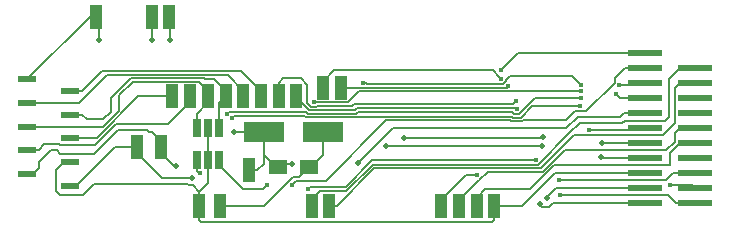
<source format=gbr>
G04 #@! TF.FileFunction,Copper,L1,Top,Signal*
%FSLAX46Y46*%
G04 Gerber Fmt 4.6, Leading zero omitted, Abs format (unit mm)*
G04 Created by KiCad (PCBNEW 4.0.5) date 2017 June 13, Tuesday 07:26:24*
%MOMM*%
%LPD*%
G01*
G04 APERTURE LIST*
%ADD10C,0.100000*%
%ADD11R,3.500000X1.800000*%
%ADD12R,0.650000X1.560000*%
%ADD13R,1.500000X1.300000*%
%ADD14R,1.000000X2.000000*%
%ADD15R,3.000000X0.500000*%
%ADD16R,1.650000X0.600000*%
%ADD17C,0.460000*%
%ADD18C,0.370000*%
%ADD19C,0.203200*%
%ADD20C,0.152400*%
G04 APERTURE END LIST*
D10*
D11*
X117500000Y-76250000D03*
X122500000Y-76250000D03*
D12*
X111800000Y-78600000D03*
X112750000Y-78600000D03*
X113700000Y-78600000D03*
X113700000Y-75900000D03*
X111800000Y-75900000D03*
X112750000Y-75900000D03*
D13*
X121350000Y-79250000D03*
X118650000Y-79250000D03*
D14*
X132500000Y-82500000D03*
X118750000Y-73250000D03*
X115750000Y-73250000D03*
X117250000Y-73250000D03*
X108000000Y-66500000D03*
X109500000Y-66500000D03*
X106750000Y-77500000D03*
X108750000Y-77500000D03*
X112000000Y-82500000D03*
X114250000Y-73250000D03*
X112750000Y-73250000D03*
X121550000Y-82500000D03*
X123000000Y-82500000D03*
X134000000Y-82500000D03*
X135500000Y-82500000D03*
X111250000Y-73250000D03*
X109750000Y-73250000D03*
X103250000Y-66500000D03*
X120250000Y-73250000D03*
X124000000Y-72500000D03*
X122500000Y-72500000D03*
X137000000Y-82500000D03*
X116250000Y-79500000D03*
X113750000Y-82500000D03*
D15*
X154000000Y-82250000D03*
X149730000Y-82250000D03*
X154000000Y-80980000D03*
X149730000Y-80980000D03*
X154000000Y-79710000D03*
X149730000Y-79710000D03*
X154000000Y-78440000D03*
X149730000Y-78440000D03*
X154000000Y-77170000D03*
X149730000Y-77170000D03*
X154000000Y-75900000D03*
X149730000Y-75900000D03*
X154000000Y-74630000D03*
X149730000Y-74630000D03*
X154000000Y-73360000D03*
X149730000Y-73360000D03*
X154000000Y-72090000D03*
X149730000Y-72090000D03*
X154000000Y-70820000D03*
X149730000Y-70820000D03*
X149730000Y-69550000D03*
D16*
X97450000Y-71800000D03*
X101100000Y-72800000D03*
X97450000Y-73800000D03*
X101100000Y-74800000D03*
X97450000Y-75800000D03*
X101100000Y-76800000D03*
X97450000Y-77800000D03*
X101100000Y-78800000D03*
X97450000Y-79800000D03*
X101100000Y-80800000D03*
D17*
X119850000Y-78950000D03*
X125450000Y-78900000D03*
X115000000Y-76286410D03*
X103500000Y-68500000D03*
D18*
X137580379Y-71753622D03*
X142550000Y-81600000D03*
X151900000Y-80750000D03*
X138150000Y-72400000D03*
X142450000Y-80336390D03*
X138900000Y-74313610D03*
X114806723Y-75058590D03*
X109750000Y-73250000D03*
X144300000Y-74050000D03*
X154000000Y-74630000D03*
X114390568Y-74742791D03*
X144318726Y-73355585D03*
X111250000Y-73250000D03*
X154000000Y-73360000D03*
D17*
X110050000Y-79163590D03*
X140852003Y-82354173D03*
X111444168Y-80113590D03*
X141431815Y-81814381D03*
X127825010Y-77425010D03*
X146028527Y-78372011D03*
X141032396Y-77482417D03*
X109550000Y-68450000D03*
X146150000Y-77150000D03*
X141100000Y-76650000D03*
X129350000Y-76750000D03*
X108000000Y-68450000D03*
D18*
X121716340Y-73686390D03*
X144350000Y-72772413D03*
X117250000Y-73250000D03*
X147300000Y-73000000D03*
X125850000Y-72086390D03*
X147600000Y-72250000D03*
X144350000Y-72250000D03*
X115750000Y-73250000D03*
X145050000Y-76050000D03*
X138850000Y-73650000D03*
X137550000Y-71050000D03*
X135550000Y-79900000D03*
X112061361Y-79743182D03*
X121244186Y-81058590D03*
X154000000Y-78440000D03*
X140500000Y-78600000D03*
X119867687Y-80753779D03*
X117769403Y-80753779D03*
D19*
X103250000Y-66500000D02*
X102750000Y-66500000D01*
X102750000Y-66500000D02*
X97450000Y-71800000D01*
X119850000Y-78950000D02*
X118950000Y-78950000D01*
X118950000Y-78950000D02*
X118650000Y-79250000D01*
X143100000Y-75950000D02*
X128400000Y-75950000D01*
X128400000Y-75950000D02*
X125450000Y-78900000D01*
X144050000Y-75000000D02*
X143100000Y-75950000D01*
X147656800Y-75000000D02*
X144050000Y-75000000D01*
X148026800Y-74630000D02*
X147656800Y-75000000D01*
X149730000Y-74630000D02*
X148026800Y-74630000D01*
X115036410Y-76250000D02*
X115000000Y-76286410D01*
X117500000Y-76250000D02*
X115036410Y-76250000D01*
X103500000Y-68500000D02*
X103500000Y-66750000D01*
X117500000Y-76250000D02*
X117500000Y-78200000D01*
X117500000Y-78200000D02*
X118550000Y-79250000D01*
X118550000Y-79250000D02*
X118650000Y-79250000D01*
X117500000Y-76250000D02*
X117500000Y-78953200D01*
X117500000Y-78953200D02*
X116953200Y-79500000D01*
X116953200Y-79500000D02*
X116250000Y-79500000D01*
X103500000Y-66750000D02*
X103250000Y-66500000D01*
D20*
X120447600Y-80052400D02*
X119956936Y-80052400D01*
X121250000Y-79250000D02*
X120447600Y-80052400D01*
X119956936Y-80052400D02*
X117509336Y-82500000D01*
X121350000Y-79250000D02*
X121250000Y-79250000D01*
X117509336Y-82500000D02*
X114402400Y-82500000D01*
X114402400Y-82500000D02*
X113750000Y-82500000D01*
X122500000Y-76250000D02*
X122500000Y-78200000D01*
X121450000Y-79250000D02*
X121350000Y-79250000D01*
X122500000Y-78200000D02*
X121450000Y-79250000D01*
D19*
X100200000Y-81600000D02*
X99868599Y-81268599D01*
X99868599Y-81268599D02*
X99868599Y-79506401D01*
X99868599Y-79506401D02*
X100575000Y-78800000D01*
X100575000Y-78800000D02*
X101100000Y-78800000D01*
X102150000Y-81600000D02*
X100200000Y-81600000D01*
X103128400Y-80621600D02*
X102150000Y-81600000D01*
X111010304Y-80621600D02*
X103128400Y-80621600D01*
X112000000Y-81296800D02*
X111453191Y-80749991D01*
X111453191Y-80749991D02*
X111138695Y-80749991D01*
X111138695Y-80749991D02*
X111010304Y-80621600D01*
X112000000Y-82500000D02*
X112000000Y-82000000D01*
X142127847Y-79710000D02*
X148026800Y-79710000D01*
X148026800Y-79710000D02*
X149730000Y-79710000D01*
X139337847Y-82500000D02*
X142127847Y-79710000D01*
X137000000Y-82500000D02*
X139337847Y-82500000D01*
X112000000Y-82500000D02*
X112000000Y-83703200D01*
X112000000Y-83703200D02*
X112203201Y-83906401D01*
X112203201Y-83906401D02*
X136796799Y-83906401D01*
X136796799Y-83906401D02*
X137000000Y-83703200D01*
X137000000Y-83703200D02*
X137000000Y-82500000D01*
X112750000Y-78600000D02*
X112750000Y-75900000D01*
X112000000Y-82500000D02*
X112000000Y-81296800D01*
X112000000Y-81296800D02*
X112750000Y-80546800D01*
X112750000Y-80546800D02*
X112750000Y-79583200D01*
X112750000Y-79583200D02*
X112750000Y-78600000D01*
D20*
X123450000Y-71050000D02*
X136876757Y-71050000D01*
X122500000Y-72000000D02*
X123450000Y-71050000D01*
X136876757Y-71050000D02*
X137395380Y-71568623D01*
X137395380Y-71568623D02*
X137580379Y-71753622D01*
X122500000Y-72500000D02*
X122500000Y-72000000D01*
X154000000Y-82250000D02*
X152347600Y-82250000D01*
X152347600Y-82250000D02*
X151716599Y-81618999D01*
X151716599Y-81618999D02*
X142568999Y-81618999D01*
X142568999Y-81618999D02*
X142550000Y-81600000D01*
X151900000Y-80750000D02*
X153770000Y-80750000D01*
X153770000Y-80750000D02*
X154000000Y-80980000D01*
X138050000Y-72500000D02*
X138150000Y-72400000D01*
X124000000Y-72500000D02*
X138050000Y-72500000D01*
X142711629Y-80336390D02*
X142450000Y-80336390D01*
X151534801Y-80341001D02*
X142716240Y-80341001D01*
X142716240Y-80341001D02*
X142711629Y-80336390D01*
X152165802Y-79710000D02*
X151534801Y-80341001D01*
X154000000Y-79710000D02*
X152165802Y-79710000D01*
X121323744Y-74404811D02*
X125176256Y-74404811D01*
X120250000Y-73331066D02*
X121323744Y-74404811D01*
X120250000Y-73250000D02*
X120250000Y-73331066D01*
X138800000Y-74213610D02*
X138900000Y-74313610D01*
X125367457Y-74213610D02*
X138800000Y-74213610D01*
X125176256Y-74404811D02*
X125367457Y-74213610D01*
X106873617Y-73250000D02*
X109097600Y-73250000D01*
X109097600Y-73250000D02*
X109750000Y-73250000D01*
X101100000Y-76800000D02*
X103323617Y-76800000D01*
X103323617Y-76800000D02*
X106873617Y-73250000D01*
X139224786Y-75032023D02*
X138575214Y-75032023D01*
X125428768Y-75014433D02*
X121071232Y-75014433D01*
X121071232Y-75014433D02*
X120930390Y-74873591D01*
X138575214Y-75032023D02*
X138492150Y-74948959D01*
X144300000Y-74050000D02*
X140206809Y-74050000D01*
X140206809Y-74050000D02*
X139224786Y-75032023D01*
X138492150Y-74948959D02*
X125494242Y-74948959D01*
X125494242Y-74948959D02*
X125428768Y-75014433D01*
X114991722Y-74873591D02*
X114806723Y-75058590D01*
X120930390Y-74873591D02*
X114991722Y-74873591D01*
X98427400Y-77800000D02*
X97450000Y-77800000D01*
X100160329Y-77309378D02*
X98918022Y-77309378D01*
X100198551Y-77347600D02*
X100160329Y-77309378D01*
X111250000Y-73250000D02*
X111250000Y-73750000D01*
X98918022Y-77309378D02*
X98427400Y-77800000D01*
X109389012Y-75610988D02*
X104943695Y-75610988D01*
X103207084Y-77347600D02*
X100198551Y-77347600D01*
X111250000Y-73750000D02*
X109389012Y-75610988D01*
X104943695Y-75610988D02*
X103207084Y-77347600D01*
X138701470Y-74727212D02*
X138535032Y-74560774D01*
X140470157Y-73355585D02*
X139098530Y-74727212D01*
X138535032Y-74560774D02*
X125451360Y-74560774D01*
X125451360Y-74560774D02*
X125302512Y-74709622D01*
X114575567Y-74557792D02*
X114390568Y-74742791D01*
X144318726Y-73355585D02*
X140470157Y-73355585D01*
X121197488Y-74709622D02*
X121045658Y-74557792D01*
X121045658Y-74557792D02*
X114575567Y-74557792D01*
X125302512Y-74709622D02*
X121197488Y-74709622D01*
X139098530Y-74727212D02*
X138701470Y-74727212D01*
X151878999Y-78041001D02*
X152750000Y-77170000D01*
X135500000Y-82500000D02*
X135500000Y-81814198D01*
X136195199Y-81118999D02*
X140036334Y-81118999D01*
X140036334Y-81118999D02*
X142084332Y-79071001D01*
X142084332Y-79071001D02*
X151878999Y-79071001D01*
X135500000Y-81814198D02*
X136195199Y-81118999D01*
X151878999Y-79071001D02*
X151878999Y-78041001D01*
X152750000Y-77170000D02*
X154000000Y-77170000D01*
X151526803Y-77808999D02*
X152271399Y-77064403D01*
X152271399Y-77064403D02*
X152271399Y-76378601D01*
X152271399Y-76378601D02*
X152750000Y-75900000D01*
X146463283Y-77808999D02*
X151526803Y-77808999D01*
X141101042Y-79623224D02*
X142963265Y-77761001D01*
X146415285Y-77761001D02*
X146463283Y-77808999D01*
X142963265Y-77761001D02*
X146415285Y-77761001D01*
X134000000Y-82000000D02*
X135686398Y-80313602D01*
X136438908Y-79623224D02*
X141101042Y-79623224D01*
X134000000Y-82500000D02*
X134000000Y-82000000D01*
X135686398Y-80313602D02*
X135748530Y-80313602D01*
X135748530Y-80313602D02*
X136438908Y-79623224D01*
X152750000Y-75900000D02*
X154000000Y-75900000D01*
X152750000Y-72090000D02*
X154000000Y-72090000D01*
X152271399Y-75520083D02*
X152271399Y-72568601D01*
X123652400Y-82500000D02*
X126833987Y-79318413D01*
X126833987Y-79318413D02*
X140974786Y-79318413D01*
X123000000Y-82500000D02*
X123652400Y-82500000D01*
X151252483Y-76538999D02*
X152271399Y-75520083D01*
X143754200Y-76538999D02*
X151252483Y-76538999D01*
X140974786Y-79318413D02*
X143754200Y-76538999D01*
X152271399Y-72568601D02*
X152750000Y-72090000D01*
X152750000Y-70820000D02*
X154000000Y-70820000D01*
X151800000Y-71770000D02*
X152750000Y-70820000D01*
X151495802Y-75300000D02*
X151800000Y-74995802D01*
X143349904Y-76382610D02*
X144249903Y-75482611D01*
X148039315Y-75300000D02*
X151495802Y-75300000D01*
X144249903Y-75482611D02*
X147856704Y-75482611D01*
X124449935Y-81271399D02*
X126707732Y-79013602D01*
X143348457Y-76382610D02*
X143349904Y-76382610D01*
X126707732Y-79013602D02*
X140717465Y-79013602D01*
X151800000Y-74995802D02*
X151800000Y-71770000D01*
X122278601Y-81271399D02*
X124449935Y-81271399D01*
X121550000Y-82500000D02*
X121550000Y-82000000D01*
X121550000Y-82000000D02*
X122278601Y-81271399D01*
X140717465Y-79013602D02*
X143348457Y-76382610D01*
X147856704Y-75482611D02*
X148039315Y-75300000D01*
D19*
X109913590Y-79163590D02*
X110050000Y-79163590D01*
X108750000Y-78000000D02*
X109913590Y-79163590D01*
X108750000Y-77500000D02*
X108750000Y-78000000D01*
X103143599Y-78093599D02*
X105143599Y-76093599D01*
X98478200Y-78771800D02*
X99458011Y-77791989D01*
X108750000Y-77000000D02*
X108750000Y-77500000D01*
X107778322Y-76296800D02*
X108046800Y-76296800D01*
X99960425Y-77791989D02*
X100262035Y-78093599D01*
X100262035Y-78093599D02*
X103143599Y-78093599D01*
X99458011Y-77791989D02*
X99960425Y-77791989D01*
X107575121Y-76093599D02*
X107778322Y-76296800D01*
X108046800Y-76296800D02*
X108750000Y-77000000D01*
X98478200Y-79296800D02*
X98478200Y-78771800D01*
X97975000Y-79800000D02*
X98478200Y-79296800D01*
X105143599Y-76093599D02*
X107575121Y-76093599D01*
X97450000Y-79800000D02*
X97975000Y-79800000D01*
X141938072Y-82250000D02*
X141603900Y-82584172D01*
X149730000Y-82250000D02*
X141938072Y-82250000D01*
X141082002Y-82584172D02*
X140852003Y-82354173D01*
X141603900Y-82584172D02*
X141082002Y-82584172D01*
X101100000Y-80800000D02*
X101625000Y-80800000D01*
X101625000Y-80800000D02*
X104925000Y-77500000D01*
X104925000Y-77500000D02*
X106046800Y-77500000D01*
X106046800Y-77500000D02*
X106750000Y-77500000D01*
X106750000Y-77500000D02*
X106750000Y-78000000D01*
X106750000Y-78000000D02*
X108863590Y-80113590D01*
X108863590Y-80113590D02*
X111118899Y-80113590D01*
X111118899Y-80113590D02*
X111444168Y-80113590D01*
X101100000Y-80800000D02*
X100575000Y-80800000D01*
X149730000Y-80980000D02*
X142266196Y-80980000D01*
X142266196Y-80980000D02*
X141661814Y-81584382D01*
X141661814Y-81584382D02*
X141431815Y-81814381D01*
X141032396Y-77482417D02*
X127882417Y-77482417D01*
X127882417Y-77482417D02*
X127825010Y-77425010D01*
X146096516Y-78440000D02*
X146028527Y-78372011D01*
X149730000Y-78440000D02*
X146096516Y-78440000D01*
X109550000Y-68450000D02*
X109550000Y-66550000D01*
X109550000Y-66550000D02*
X109500000Y-66500000D01*
X146150000Y-77150000D02*
X149710000Y-77150000D01*
X149710000Y-77150000D02*
X149730000Y-77170000D01*
X129350000Y-76750000D02*
X141000000Y-76750000D01*
X141000000Y-76750000D02*
X141100000Y-76650000D01*
X108000000Y-66500000D02*
X108000000Y-68450000D01*
D20*
X117250000Y-72750000D02*
X117250000Y-73250000D01*
X103782211Y-71095189D02*
X115595189Y-71095189D01*
X102077400Y-72800000D02*
X103782211Y-71095189D01*
X101100000Y-72800000D02*
X102077400Y-72800000D01*
X115595189Y-71095189D02*
X117250000Y-72750000D01*
X138389719Y-72772413D02*
X138348530Y-72813602D01*
X144350000Y-72772413D02*
X138389719Y-72772413D01*
X138348530Y-72813602D02*
X125555332Y-72813602D01*
X124640333Y-73728601D02*
X123500000Y-73728601D01*
X125555332Y-72813602D02*
X124640333Y-73728601D01*
X123496544Y-73732057D02*
X121762007Y-73732057D01*
X121762007Y-73732057D02*
X121716340Y-73686390D01*
X123500000Y-73728601D02*
X123496544Y-73732057D01*
X123500000Y-73728601D02*
X123317119Y-73728601D01*
X149730000Y-73360000D02*
X147660000Y-73360000D01*
X147660000Y-73360000D02*
X147300000Y-73000000D01*
X98427400Y-73800000D02*
X97450000Y-73800000D01*
X106126089Y-71411777D02*
X106087866Y-71450000D01*
X106087866Y-71450000D02*
X104200000Y-71450000D01*
X104200000Y-71450000D02*
X101850000Y-73800000D01*
X115750000Y-73250000D02*
X115750000Y-72750000D01*
X112523910Y-71411777D02*
X106126089Y-71411777D01*
X114450000Y-71450000D02*
X112562133Y-71450000D01*
X101850000Y-73800000D02*
X98427400Y-73800000D01*
X112562133Y-71450000D02*
X112523910Y-71411777D01*
X115750000Y-72750000D02*
X114450000Y-71450000D01*
X138351470Y-71486398D02*
X137986398Y-71851470D01*
X144350000Y-72250000D02*
X143586398Y-71486398D01*
X137723745Y-72195189D02*
X126220428Y-72195189D01*
X137986398Y-71851470D02*
X137986398Y-71932536D01*
X126111629Y-72086390D02*
X125850000Y-72086390D01*
X126220428Y-72195189D02*
X126111629Y-72086390D01*
X137986398Y-71932536D02*
X137723745Y-72195189D01*
X143586398Y-71486398D02*
X138351470Y-71486398D01*
X147600000Y-72250000D02*
X149570000Y-72250000D01*
X149570000Y-72250000D02*
X149730000Y-72090000D01*
X145050000Y-76050000D02*
X149580000Y-76050000D01*
X149580000Y-76050000D02*
X149730000Y-75900000D01*
X125100000Y-73900000D02*
X138600000Y-73900000D01*
X138600000Y-73900000D02*
X138850000Y-73650000D01*
X124950000Y-74050000D02*
X125100000Y-73900000D01*
X121964860Y-74050000D02*
X124950000Y-74050000D01*
X121150000Y-73800000D02*
X121449991Y-74099991D01*
X121449991Y-74099991D02*
X121914869Y-74099991D01*
X121914869Y-74099991D02*
X121964860Y-74050000D01*
X121150000Y-72238518D02*
X121150000Y-73800000D01*
X119147600Y-71700000D02*
X120611482Y-71700000D01*
X120611482Y-71700000D02*
X121150000Y-72238518D01*
X118750000Y-73250000D02*
X118750000Y-72097600D01*
X118750000Y-72097600D02*
X119147600Y-71700000D01*
X137550000Y-71050000D02*
X139050000Y-69550000D01*
X139050000Y-69550000D02*
X149730000Y-69550000D01*
X132500000Y-82000000D02*
X134600000Y-79900000D01*
X134600000Y-79900000D02*
X135550000Y-79900000D01*
X132500000Y-82500000D02*
X132500000Y-82000000D01*
X111800000Y-79532400D02*
X112010782Y-79743182D01*
X111800000Y-78600000D02*
X111800000Y-79532400D01*
X112010782Y-79743182D02*
X112061361Y-79743182D01*
X126690267Y-78600000D02*
X124416676Y-80873591D01*
X124416676Y-80873591D02*
X121429185Y-80873591D01*
X121429185Y-80873591D02*
X121244186Y-81058590D01*
X140500000Y-78600000D02*
X126690267Y-78600000D01*
X120052686Y-80568780D02*
X119867687Y-80753779D01*
X120220237Y-80401229D02*
X120052686Y-80568780D01*
X122717705Y-80401229D02*
X120220237Y-80401229D01*
X127864123Y-75254811D02*
X122717705Y-80401229D01*
X139433065Y-75254811D02*
X139351042Y-75336834D01*
X143062675Y-75254811D02*
X139433065Y-75254811D01*
X143800096Y-74517389D02*
X143062675Y-75254811D01*
X139351042Y-75336834D02*
X138448958Y-75336834D01*
X147186399Y-72113601D02*
X144782611Y-74517389D01*
X138448958Y-75336834D02*
X138366935Y-75254811D01*
X138366935Y-75254811D02*
X127864123Y-75254811D01*
X149730000Y-70820000D02*
X148077600Y-70820000D01*
X147186399Y-71711201D02*
X147186399Y-72113601D01*
X144782611Y-74517389D02*
X143800096Y-74517389D01*
X148077600Y-70820000D02*
X147186399Y-71711201D01*
X117431772Y-81091410D02*
X117584404Y-80938778D01*
X115736410Y-81091410D02*
X117431772Y-81091410D01*
X113700000Y-79055000D02*
X115736410Y-81091410D01*
X113700000Y-78600000D02*
X113700000Y-79055000D01*
X117584404Y-80938778D02*
X117769403Y-80753779D01*
X103892550Y-75800000D02*
X98427400Y-75800000D01*
X105250000Y-73150000D02*
X105250000Y-74442550D01*
X112021399Y-72021399D02*
X106378601Y-72021399D01*
X112750000Y-72750000D02*
X112021399Y-72021399D01*
X112750000Y-73250000D02*
X112750000Y-72750000D01*
X98427400Y-75800000D02*
X97450000Y-75800000D01*
X105250000Y-74442550D02*
X103892550Y-75800000D01*
X106378601Y-72021399D02*
X105250000Y-73150000D01*
X111800000Y-75900000D02*
X111800000Y-74700000D01*
X111800000Y-74700000D02*
X112750000Y-73750000D01*
X112750000Y-73750000D02*
X112750000Y-73250000D01*
X112397654Y-71716588D02*
X112476257Y-71795191D01*
X104550000Y-73418933D02*
X106252345Y-71716588D01*
X112476257Y-71795191D02*
X113295191Y-71795191D01*
X113295191Y-71795191D02*
X114250000Y-72750000D01*
X102077400Y-74800000D02*
X102477400Y-75200000D01*
X104550000Y-74550000D02*
X104550000Y-73418933D01*
X102477400Y-75200000D02*
X103900000Y-75200000D01*
X101100000Y-74800000D02*
X102077400Y-74800000D01*
X114250000Y-72750000D02*
X114250000Y-73250000D01*
X106252345Y-71716588D02*
X112397654Y-71716588D01*
X103900000Y-75200000D02*
X104550000Y-74550000D01*
X113700000Y-75900000D02*
X113700000Y-73800000D01*
X113700000Y-73800000D02*
X114250000Y-73250000D01*
X114250000Y-73250000D02*
X114250000Y-73750000D01*
M02*

</source>
